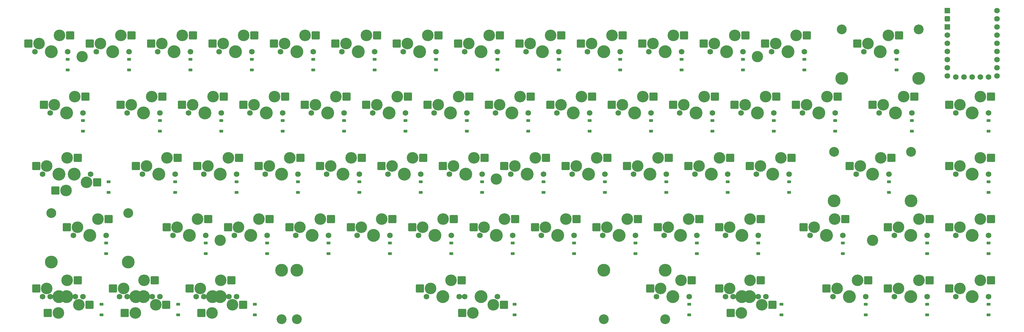
<source format=gbr>
%TF.GenerationSoftware,KiCad,Pcbnew,7.0.5*%
%TF.CreationDate,2023-09-15T18:16:34+08:00*%
%TF.ProjectId,Openero65,4f70656e-6572-46f3-9635-2e6b69636164,rev?*%
%TF.SameCoordinates,Original*%
%TF.FileFunction,Soldermask,Bot*%
%TF.FilePolarity,Negative*%
%FSLAX46Y46*%
G04 Gerber Fmt 4.6, Leading zero omitted, Abs format (unit mm)*
G04 Created by KiCad (PCBNEW 7.0.5) date 2023-09-15 18:16:34*
%MOMM*%
%LPD*%
G01*
G04 APERTURE LIST*
G04 Aperture macros list*
%AMRoundRect*
0 Rectangle with rounded corners*
0 $1 Rounding radius*
0 $2 $3 $4 $5 $6 $7 $8 $9 X,Y pos of 4 corners*
0 Add a 4 corners polygon primitive as box body*
4,1,4,$2,$3,$4,$5,$6,$7,$8,$9,$2,$3,0*
0 Add four circle primitives for the rounded corners*
1,1,$1+$1,$2,$3*
1,1,$1+$1,$4,$5*
1,1,$1+$1,$6,$7*
1,1,$1+$1,$8,$9*
0 Add four rect primitives between the rounded corners*
20,1,$1+$1,$2,$3,$4,$5,0*
20,1,$1+$1,$4,$5,$6,$7,0*
20,1,$1+$1,$6,$7,$8,$9,0*
20,1,$1+$1,$8,$9,$2,$3,0*%
G04 Aperture macros list end*
%ADD10RoundRect,0.250000X-1.025000X-1.000000X1.025000X-1.000000X1.025000X1.000000X-1.025000X1.000000X0*%
%ADD11C,1.750000*%
%ADD12C,4.000000*%
%ADD13C,3.600000*%
%ADD14C,3.048000*%
%ADD15C,3.987800*%
%ADD16C,3.500000*%
%ADD17RoundRect,0.250000X1.025000X1.000000X-1.025000X1.000000X-1.025000X-1.000000X1.025000X-1.000000X0*%
%ADD18R,1.752600X1.752600*%
%ADD19RoundRect,0.438150X-0.438150X-0.438150X0.438150X-0.438150X0.438150X0.438150X-0.438150X0.438150X0*%
%ADD20C,1.752600*%
%ADD21RoundRect,0.225000X0.375000X-0.225000X0.375000X0.225000X-0.375000X0.225000X-0.375000X-0.225000X0*%
G04 APERTURE END LIST*
D10*
%TO.C,SW1*%
X48397000Y-87770000D03*
D11*
X50402000Y-90310000D03*
D12*
X55482000Y-90310000D03*
D11*
X60562000Y-90310000D03*
D10*
X61324000Y-85230000D03*
D13*
X51672000Y-87770000D03*
X58022000Y-85230000D03*
%TD*%
D10*
%TO.C,SW50*%
X224611000Y-144920000D03*
D11*
X226616000Y-147460000D03*
D12*
X231696000Y-147460000D03*
D11*
X236776000Y-147460000D03*
D10*
X237538000Y-142380000D03*
D13*
X227886000Y-144920000D03*
X234236000Y-142380000D03*
%TD*%
D10*
%TO.C,SW42*%
X60304000Y-144920000D03*
D11*
X62309000Y-147460000D03*
D12*
X67389000Y-147460000D03*
D11*
X72469000Y-147460000D03*
D10*
X73231000Y-142380000D03*
D13*
X63579000Y-144920000D03*
X69929000Y-142380000D03*
%TD*%
D14*
%TO.C,stab4*%
X245984000Y-173495000D03*
D15*
X245984000Y-158285000D03*
D14*
X131684000Y-173495000D03*
D15*
X131684000Y-158285000D03*
%TD*%
D16*
%TO.C,hole1*%
X193595000Y-129910000D03*
%TD*%
D10*
%TO.C,SW40*%
X272235000Y-125870000D03*
D11*
X274240000Y-128410000D03*
D12*
X279320000Y-128410000D03*
D11*
X284400000Y-128410000D03*
D10*
X285162000Y-123330000D03*
D13*
X275510000Y-125870000D03*
X281860000Y-123330000D03*
%TD*%
D10*
%TO.C,SW23*%
X210323000Y-106820000D03*
D11*
X212328000Y-109360000D03*
D12*
X217408000Y-109360000D03*
D11*
X222488000Y-109360000D03*
D10*
X223250000Y-104280000D03*
D13*
X213598000Y-106820000D03*
X219948000Y-104280000D03*
%TD*%
D10*
%TO.C,SW63*%
X334147000Y-163970000D03*
D11*
X336152000Y-166510000D03*
D12*
X341232000Y-166510000D03*
D11*
X346312000Y-166510000D03*
D10*
X347074000Y-161430000D03*
D13*
X337422000Y-163970000D03*
X343772000Y-161430000D03*
%TD*%
D17*
%TO.C,SW29*%
X69711000Y-130950000D03*
D11*
X67706000Y-128410000D03*
D12*
X62626000Y-128410000D03*
D11*
X57546000Y-128410000D03*
D17*
X56784000Y-133490000D03*
D13*
X66436000Y-130950000D03*
X60086000Y-133490000D03*
%TD*%
D10*
%TO.C,SW17*%
X96023000Y-106820000D03*
D11*
X98028000Y-109360000D03*
D12*
X103108000Y-109360000D03*
D11*
X108188000Y-109360000D03*
D10*
X108950000Y-104280000D03*
D13*
X99298000Y-106820000D03*
X105648000Y-104280000D03*
%TD*%
D10*
%TO.C,SW44*%
X110311000Y-144920000D03*
D11*
X112316000Y-147460000D03*
D12*
X117396000Y-147460000D03*
D11*
X122476000Y-147460000D03*
D10*
X123238000Y-142380000D03*
D13*
X113586000Y-144920000D03*
X119936000Y-142380000D03*
%TD*%
D10*
%TO.C,SW65*%
X315097000Y-163970000D03*
D11*
X317102000Y-166510000D03*
D12*
X322182000Y-166510000D03*
D11*
X327262000Y-166510000D03*
D10*
X328024000Y-161430000D03*
D13*
X318372000Y-163970000D03*
X324722000Y-161430000D03*
%TD*%
D10*
%TO.C,SW39*%
X253185000Y-125870000D03*
D11*
X255190000Y-128410000D03*
D12*
X260270000Y-128410000D03*
D11*
X265350000Y-128410000D03*
D10*
X266112000Y-123330000D03*
D13*
X256460000Y-125870000D03*
X262810000Y-123330000D03*
%TD*%
D10*
%TO.C,SW31*%
X100785000Y-125870000D03*
D11*
X102790000Y-128410000D03*
D12*
X107870000Y-128410000D03*
D11*
X112950000Y-128410000D03*
D10*
X113712000Y-123330000D03*
D13*
X104060000Y-125870000D03*
X110410000Y-123330000D03*
%TD*%
D17*
%TO.C,SW71*%
X195919000Y-169050000D03*
D11*
X193914000Y-166510000D03*
D12*
X188834000Y-166510000D03*
D11*
X183754000Y-166510000D03*
D17*
X182992000Y-171590000D03*
D13*
X192644000Y-169050000D03*
X186294000Y-171590000D03*
%TD*%
D10*
%TO.C,SW47*%
X167461000Y-144920000D03*
D11*
X169466000Y-147460000D03*
D12*
X174546000Y-147460000D03*
D11*
X179626000Y-147460000D03*
D10*
X180388000Y-142380000D03*
D13*
X170736000Y-144920000D03*
X177086000Y-142380000D03*
%TD*%
D14*
%TO.C,stab2*%
X300719000Y-83325000D03*
D15*
X300719000Y-98535000D03*
D14*
X324595000Y-83325000D03*
D15*
X324595000Y-98535000D03*
%TD*%
D17*
%TO.C,SW59*%
X279261000Y-169050000D03*
D11*
X277256000Y-166510000D03*
D12*
X272176000Y-166510000D03*
D11*
X267096000Y-166510000D03*
D17*
X266334000Y-171590000D03*
D13*
X275986000Y-169050000D03*
X269636000Y-171590000D03*
%TD*%
D10*
%TO.C,SW67*%
X50779000Y-125870000D03*
D11*
X52784000Y-128410000D03*
D12*
X57864000Y-128410000D03*
D11*
X62944000Y-128410000D03*
D10*
X63706000Y-123330000D03*
D13*
X54054000Y-125870000D03*
X60404000Y-123330000D03*
%TD*%
D10*
%TO.C,SW10*%
X219847000Y-87770000D03*
D11*
X221852000Y-90310000D03*
D12*
X226932000Y-90310000D03*
D11*
X232012000Y-90310000D03*
D10*
X232774000Y-85230000D03*
D13*
X223122000Y-87770000D03*
X229472000Y-85230000D03*
%TD*%
D10*
%TO.C,SW5*%
X124597000Y-87770000D03*
D11*
X126602000Y-90310000D03*
D12*
X131682000Y-90310000D03*
D11*
X136762000Y-90310000D03*
D10*
X137524000Y-85230000D03*
D13*
X127872000Y-87770000D03*
X134222000Y-85230000D03*
%TD*%
D17*
%TO.C,SW70*%
X114956000Y-169050000D03*
D11*
X112951000Y-166510000D03*
D12*
X107871000Y-166510000D03*
D11*
X102791000Y-166510000D03*
D17*
X102029000Y-171590000D03*
D13*
X111681000Y-169050000D03*
X105331000Y-171590000D03*
%TD*%
D10*
%TO.C,SW58*%
X241279000Y-163970000D03*
D11*
X243284000Y-166510000D03*
D12*
X248364000Y-166510000D03*
D11*
X253444000Y-166510000D03*
D10*
X254206000Y-161430000D03*
D13*
X244554000Y-163970000D03*
X250904000Y-161430000D03*
%TD*%
D10*
%TO.C,SW34*%
X157935000Y-125870000D03*
D11*
X159940000Y-128410000D03*
D12*
X165020000Y-128410000D03*
D11*
X170100000Y-128410000D03*
D10*
X170862000Y-123330000D03*
D13*
X161210000Y-125870000D03*
X167560000Y-123330000D03*
%TD*%
D10*
%TO.C,SW56*%
X98405000Y-163970000D03*
D11*
X100410000Y-166510000D03*
D12*
X105490000Y-166510000D03*
D11*
X110570000Y-166510000D03*
D10*
X111332000Y-161430000D03*
D13*
X101680000Y-163970000D03*
X108030000Y-161430000D03*
%TD*%
D10*
%TO.C,SW6*%
X143647000Y-87770000D03*
D11*
X145652000Y-90310000D03*
D12*
X150732000Y-90310000D03*
D11*
X155812000Y-90310000D03*
D10*
X156574000Y-85230000D03*
D13*
X146922000Y-87770000D03*
X153272000Y-85230000D03*
%TD*%
D10*
%TO.C,SW37*%
X215085000Y-125870000D03*
D11*
X217090000Y-128410000D03*
D12*
X222170000Y-128410000D03*
D11*
X227250000Y-128410000D03*
D10*
X228012000Y-123330000D03*
D13*
X218360000Y-125870000D03*
X224710000Y-123330000D03*
%TD*%
D10*
%TO.C,SW28*%
X310336000Y-106820000D03*
D11*
X312341000Y-109360000D03*
D12*
X317421000Y-109360000D03*
D11*
X322501000Y-109360000D03*
D10*
X323263000Y-104280000D03*
D13*
X313611000Y-106820000D03*
X319961000Y-104280000D03*
%TD*%
D10*
%TO.C,SW3*%
X86497000Y-87770000D03*
D11*
X88502000Y-90310000D03*
D12*
X93582000Y-90310000D03*
D11*
X98662000Y-90310000D03*
D10*
X99424000Y-85230000D03*
D13*
X89772000Y-87770000D03*
X96122000Y-85230000D03*
%TD*%
D16*
%TO.C,hole5*%
X310277000Y-148960000D03*
%TD*%
D10*
%TO.C,SW27*%
X286523000Y-106820000D03*
D11*
X288528000Y-109360000D03*
D12*
X293608000Y-109360000D03*
D11*
X298688000Y-109360000D03*
D10*
X299450000Y-104280000D03*
D13*
X289798000Y-106820000D03*
X296148000Y-104280000D03*
%TD*%
D10*
%TO.C,SW45*%
X129361000Y-144920000D03*
D11*
X131366000Y-147460000D03*
D12*
X136446000Y-147460000D03*
D11*
X141526000Y-147460000D03*
D10*
X142288000Y-142380000D03*
D13*
X132636000Y-144920000D03*
X138986000Y-142380000D03*
%TD*%
D10*
%TO.C,SW24*%
X229373000Y-106820000D03*
D11*
X231378000Y-109360000D03*
D12*
X236458000Y-109360000D03*
D11*
X241538000Y-109360000D03*
D10*
X242300000Y-104280000D03*
D13*
X232648000Y-106820000D03*
X238998000Y-104280000D03*
%TD*%
D10*
%TO.C,SW4*%
X105547000Y-87770000D03*
D11*
X107552000Y-90310000D03*
D12*
X112632000Y-90310000D03*
D11*
X117712000Y-90310000D03*
D10*
X118474000Y-85230000D03*
D13*
X108822000Y-87770000D03*
X115172000Y-85230000D03*
%TD*%
D10*
%TO.C,SW46*%
X148411000Y-144920000D03*
D11*
X150416000Y-147460000D03*
D12*
X155496000Y-147460000D03*
D11*
X160576000Y-147460000D03*
D10*
X161338000Y-142380000D03*
D13*
X151686000Y-144920000D03*
X158036000Y-142380000D03*
%TD*%
D10*
%TO.C,SW11*%
X238897000Y-87770000D03*
D11*
X240902000Y-90310000D03*
D12*
X245982000Y-90310000D03*
D11*
X251062000Y-90310000D03*
D10*
X251824000Y-85230000D03*
D13*
X242172000Y-87770000D03*
X248522000Y-85230000D03*
%TD*%
D10*
%TO.C,SW52*%
X262711000Y-144920000D03*
D11*
X264716000Y-147460000D03*
D12*
X269796000Y-147460000D03*
D11*
X274876000Y-147460000D03*
D10*
X275638000Y-142380000D03*
D13*
X265986000Y-144920000D03*
X272336000Y-142380000D03*
%TD*%
D10*
%TO.C,SW7*%
X162697000Y-87770000D03*
D11*
X164702000Y-90310000D03*
D12*
X169782000Y-90310000D03*
D11*
X174862000Y-90310000D03*
D10*
X175624000Y-85230000D03*
D13*
X165972000Y-87770000D03*
X172322000Y-85230000D03*
%TD*%
D10*
%TO.C,SW15*%
X53160000Y-106820000D03*
D11*
X55165000Y-109360000D03*
D12*
X60245000Y-109360000D03*
D11*
X65325000Y-109360000D03*
D10*
X66087000Y-104280000D03*
D13*
X56435000Y-106820000D03*
X62785000Y-104280000D03*
%TD*%
D10*
%TO.C,SW49*%
X205561000Y-144920000D03*
D11*
X207566000Y-147460000D03*
D12*
X212646000Y-147460000D03*
D11*
X217726000Y-147460000D03*
D10*
X218488000Y-142380000D03*
D13*
X208836000Y-144920000D03*
X215186000Y-142380000D03*
%TD*%
D10*
%TO.C,SW25*%
X248423000Y-106820000D03*
D11*
X250428000Y-109360000D03*
D12*
X255508000Y-109360000D03*
D11*
X260588000Y-109360000D03*
D10*
X261350000Y-104280000D03*
D13*
X251698000Y-106820000D03*
X258048000Y-104280000D03*
%TD*%
D10*
%TO.C,SW30*%
X81735000Y-125870000D03*
D11*
X83740000Y-128410000D03*
D12*
X88820000Y-128410000D03*
D11*
X93900000Y-128410000D03*
D10*
X94662000Y-123330000D03*
D13*
X85010000Y-125870000D03*
X91360000Y-123330000D03*
%TD*%
D17*
%TO.C,SW68*%
X67330000Y-169050000D03*
D11*
X65325000Y-166510000D03*
D12*
X60245000Y-166510000D03*
D11*
X55165000Y-166510000D03*
D17*
X54403000Y-171590000D03*
D13*
X64055000Y-169050000D03*
X57705000Y-171590000D03*
%TD*%
D18*
%TO.C,U1*%
X333557000Y-77525000D03*
D19*
X333557000Y-80065000D03*
D18*
X333557000Y-82605000D03*
D20*
X333557000Y-85145000D03*
X333557000Y-87685000D03*
X333557000Y-90225000D03*
X333557000Y-92765000D03*
X333557000Y-95305000D03*
X333557000Y-97845000D03*
X348907000Y-77525000D03*
X348907000Y-80065000D03*
X348907000Y-82605000D03*
X348907000Y-85145000D03*
X348907000Y-87685000D03*
X348907000Y-90225000D03*
X348907000Y-92765000D03*
X348907000Y-95305000D03*
X348907000Y-97845000D03*
X346312000Y-98165000D03*
X343772000Y-98165000D03*
X341232000Y-98165000D03*
X338692000Y-98165000D03*
X336152000Y-98165000D03*
%TD*%
D16*
%TO.C,hole4*%
X107871000Y-148960000D03*
%TD*%
D10*
%TO.C,SW55*%
X74592000Y-163970000D03*
D11*
X76597000Y-166510000D03*
D12*
X81677000Y-166510000D03*
D11*
X86757000Y-166510000D03*
D10*
X87519000Y-161430000D03*
D13*
X77867000Y-163970000D03*
X84217000Y-161430000D03*
%TD*%
D17*
%TO.C,SW69*%
X91143000Y-169050000D03*
D11*
X89138000Y-166510000D03*
D12*
X84058000Y-166510000D03*
D11*
X78978000Y-166510000D03*
D17*
X78216000Y-171590000D03*
D13*
X87868000Y-169050000D03*
X81518000Y-171590000D03*
%TD*%
D10*
%TO.C,SW18*%
X115073000Y-106820000D03*
D11*
X117078000Y-109360000D03*
D12*
X122158000Y-109360000D03*
D11*
X127238000Y-109360000D03*
D10*
X128000000Y-104280000D03*
D13*
X118348000Y-106820000D03*
X124698000Y-104280000D03*
%TD*%
D10*
%TO.C,SW53*%
X288905000Y-144920000D03*
D11*
X290910000Y-147460000D03*
D12*
X295990000Y-147460000D03*
D11*
X301070000Y-147460000D03*
D10*
X301832000Y-142380000D03*
D13*
X292180000Y-144920000D03*
X298530000Y-142380000D03*
%TD*%
D10*
%TO.C,SW64*%
X315097000Y-144920000D03*
D11*
X317102000Y-147460000D03*
D12*
X322182000Y-147460000D03*
D11*
X327262000Y-147460000D03*
D10*
X328024000Y-142380000D03*
D13*
X318372000Y-144920000D03*
X324722000Y-142380000D03*
%TD*%
D10*
%TO.C,SW26*%
X267473000Y-106820000D03*
D11*
X269478000Y-109360000D03*
D12*
X274558000Y-109360000D03*
D11*
X279638000Y-109360000D03*
D10*
X280400000Y-104280000D03*
D13*
X270748000Y-106820000D03*
X277098000Y-104280000D03*
%TD*%
D14*
%TO.C,stab5*%
X226927000Y-173495000D03*
D15*
X226927000Y-158285000D03*
D14*
X126927000Y-173495000D03*
D15*
X126927000Y-158285000D03*
%TD*%
D10*
%TO.C,SW61*%
X334147000Y-125870000D03*
D11*
X336152000Y-128410000D03*
D12*
X341232000Y-128410000D03*
D11*
X346312000Y-128410000D03*
D10*
X347074000Y-123330000D03*
D13*
X337422000Y-125870000D03*
X343772000Y-123330000D03*
%TD*%
D14*
%TO.C,stab1*%
X55451000Y-140475000D03*
D15*
X55451000Y-155685000D03*
D14*
X79327000Y-140475000D03*
D15*
X79327000Y-155685000D03*
%TD*%
D10*
%TO.C,SW62*%
X334147000Y-144920000D03*
D11*
X336152000Y-147460000D03*
D12*
X341232000Y-147460000D03*
D11*
X346312000Y-147460000D03*
D10*
X347074000Y-142380000D03*
D13*
X337422000Y-144920000D03*
X343772000Y-142380000D03*
%TD*%
D10*
%TO.C,SW66*%
X296047000Y-163970000D03*
D11*
X298052000Y-166510000D03*
D12*
X303132000Y-166510000D03*
D11*
X308212000Y-166510000D03*
D10*
X308974000Y-161430000D03*
D13*
X299322000Y-163970000D03*
X305672000Y-161430000D03*
%TD*%
D10*
%TO.C,SW20*%
X153173000Y-106820000D03*
D11*
X155178000Y-109360000D03*
D12*
X160258000Y-109360000D03*
D11*
X165338000Y-109360000D03*
D10*
X166100000Y-104280000D03*
D13*
X156448000Y-106820000D03*
X162798000Y-104280000D03*
%TD*%
D10*
%TO.C,SW9*%
X200797000Y-87770000D03*
D11*
X202802000Y-90310000D03*
D12*
X207882000Y-90310000D03*
D11*
X212962000Y-90310000D03*
D10*
X213724000Y-85230000D03*
D13*
X204072000Y-87770000D03*
X210422000Y-85230000D03*
%TD*%
D10*
%TO.C,SW36*%
X196035000Y-125870000D03*
D11*
X198040000Y-128410000D03*
D12*
X203120000Y-128410000D03*
D11*
X208200000Y-128410000D03*
D10*
X208962000Y-123330000D03*
D13*
X199310000Y-125870000D03*
X205660000Y-123330000D03*
%TD*%
D10*
%TO.C,SW22*%
X191273000Y-106820000D03*
D11*
X193278000Y-109360000D03*
D12*
X198358000Y-109360000D03*
D11*
X203438000Y-109360000D03*
D10*
X204200000Y-104280000D03*
D13*
X194548000Y-106820000D03*
X200898000Y-104280000D03*
%TD*%
D16*
%TO.C,hole3*%
X274557000Y-91810000D03*
%TD*%
D10*
%TO.C,SW38*%
X234135000Y-125870000D03*
D11*
X236140000Y-128410000D03*
D12*
X241220000Y-128410000D03*
D11*
X246300000Y-128410000D03*
D10*
X247062000Y-123330000D03*
D13*
X237410000Y-125870000D03*
X243760000Y-123330000D03*
%TD*%
D10*
%TO.C,SW33*%
X138885000Y-125870000D03*
D11*
X140890000Y-128410000D03*
D12*
X145970000Y-128410000D03*
D11*
X151050000Y-128410000D03*
D10*
X151812000Y-123330000D03*
D13*
X142160000Y-125870000D03*
X148510000Y-123330000D03*
%TD*%
D10*
%TO.C,SW57*%
X169842000Y-163970000D03*
D11*
X171847000Y-166510000D03*
D12*
X176927000Y-166510000D03*
D11*
X182007000Y-166510000D03*
D10*
X182769000Y-161430000D03*
D13*
X173117000Y-163970000D03*
X179467000Y-161430000D03*
%TD*%
D10*
%TO.C,SW43*%
X91261000Y-144920000D03*
D11*
X93266000Y-147460000D03*
D12*
X98346000Y-147460000D03*
D11*
X103426000Y-147460000D03*
D10*
X104188000Y-142380000D03*
D13*
X94536000Y-144920000D03*
X100886000Y-142380000D03*
%TD*%
D10*
%TO.C,SW35*%
X176985000Y-125870000D03*
D11*
X178990000Y-128410000D03*
D12*
X184070000Y-128410000D03*
D11*
X189150000Y-128410000D03*
D10*
X189912000Y-123330000D03*
D13*
X180260000Y-125870000D03*
X186610000Y-123330000D03*
%TD*%
D10*
%TO.C,SW19*%
X134123000Y-106820000D03*
D11*
X136128000Y-109360000D03*
D12*
X141208000Y-109360000D03*
D11*
X146288000Y-109360000D03*
D10*
X147050000Y-104280000D03*
D13*
X137398000Y-106820000D03*
X143748000Y-104280000D03*
%TD*%
D10*
%TO.C,SW16*%
X76973000Y-106820000D03*
D11*
X78978000Y-109360000D03*
D12*
X84058000Y-109360000D03*
D11*
X89138000Y-109360000D03*
D10*
X89900000Y-104280000D03*
D13*
X80248000Y-106820000D03*
X86598000Y-104280000D03*
%TD*%
D10*
%TO.C,SW2*%
X67447000Y-87770000D03*
D11*
X69452000Y-90310000D03*
D12*
X74532000Y-90310000D03*
D11*
X79612000Y-90310000D03*
D10*
X80374000Y-85230000D03*
D13*
X70722000Y-87770000D03*
X77072000Y-85230000D03*
%TD*%
D10*
%TO.C,SW21*%
X172223000Y-106820000D03*
D11*
X174228000Y-109360000D03*
D12*
X179308000Y-109360000D03*
D11*
X184388000Y-109360000D03*
D10*
X185150000Y-104280000D03*
D13*
X175498000Y-106820000D03*
X181848000Y-104280000D03*
%TD*%
D14*
%TO.C,stab3*%
X298339000Y-121425000D03*
D15*
X298339000Y-136635000D03*
D14*
X322215000Y-121425000D03*
D15*
X322215000Y-136635000D03*
%TD*%
D10*
%TO.C,SW72*%
X262712000Y-163970000D03*
D11*
X264717000Y-166510000D03*
D12*
X269797000Y-166510000D03*
D11*
X274877000Y-166510000D03*
D10*
X275639000Y-161430000D03*
D13*
X265987000Y-163970000D03*
X272337000Y-161430000D03*
%TD*%
D10*
%TO.C,SW41*%
X303192000Y-125870000D03*
D11*
X305197000Y-128410000D03*
D12*
X310277000Y-128410000D03*
D11*
X315357000Y-128410000D03*
D10*
X316119000Y-123330000D03*
D13*
X306467000Y-125870000D03*
X312817000Y-123330000D03*
%TD*%
D16*
%TO.C,hole2*%
X65007000Y-91810000D03*
%TD*%
D10*
%TO.C,SW48*%
X186511000Y-144920000D03*
D11*
X188516000Y-147460000D03*
D12*
X193596000Y-147460000D03*
D11*
X198676000Y-147460000D03*
D10*
X199438000Y-142380000D03*
D13*
X189786000Y-144920000D03*
X196136000Y-142380000D03*
%TD*%
D10*
%TO.C,SW32*%
X119835000Y-125870000D03*
D11*
X121840000Y-128410000D03*
D12*
X126920000Y-128410000D03*
D11*
X132000000Y-128410000D03*
D10*
X132762000Y-123330000D03*
D13*
X123110000Y-125870000D03*
X129460000Y-123330000D03*
%TD*%
D10*
%TO.C,SW54*%
X50779000Y-163970000D03*
D11*
X52784000Y-166510000D03*
D12*
X57864000Y-166510000D03*
D11*
X62944000Y-166510000D03*
D10*
X63706000Y-161430000D03*
D13*
X54054000Y-163970000D03*
X60404000Y-161430000D03*
%TD*%
D10*
%TO.C,SW13*%
X276997000Y-87770000D03*
D11*
X279002000Y-90310000D03*
D12*
X284082000Y-90310000D03*
D11*
X289162000Y-90310000D03*
D10*
X289924000Y-85230000D03*
D13*
X280272000Y-87770000D03*
X286622000Y-85230000D03*
%TD*%
D10*
%TO.C,SW12*%
X257947000Y-87770000D03*
D11*
X259952000Y-90310000D03*
D12*
X265032000Y-90310000D03*
D11*
X270112000Y-90310000D03*
D10*
X270874000Y-85230000D03*
D13*
X261222000Y-87770000D03*
X267572000Y-85230000D03*
%TD*%
D10*
%TO.C,SW8*%
X181747000Y-87770000D03*
D11*
X183752000Y-90310000D03*
D12*
X188832000Y-90310000D03*
D11*
X193912000Y-90310000D03*
D10*
X194674000Y-85230000D03*
D13*
X185022000Y-87770000D03*
X191372000Y-85230000D03*
%TD*%
D10*
%TO.C,SW60*%
X334147000Y-106820000D03*
D11*
X336152000Y-109360000D03*
D12*
X341232000Y-109360000D03*
D11*
X346312000Y-109360000D03*
D10*
X347074000Y-104280000D03*
D13*
X337422000Y-106820000D03*
X343772000Y-104280000D03*
%TD*%
D10*
%TO.C,SW51*%
X243661000Y-144920000D03*
D11*
X245666000Y-147460000D03*
D12*
X250746000Y-147460000D03*
D11*
X255826000Y-147460000D03*
D10*
X256588000Y-142380000D03*
D13*
X246936000Y-144920000D03*
X253286000Y-142380000D03*
%TD*%
D10*
%TO.C,SW14*%
X305572000Y-87770000D03*
D11*
X307577000Y-90310000D03*
D12*
X312657000Y-90310000D03*
D11*
X317737000Y-90310000D03*
D10*
X318499000Y-85230000D03*
D13*
X308847000Y-87770000D03*
X315197000Y-85230000D03*
%TD*%
D21*
%TO.C,D29*%
X73263000Y-134060000D03*
X73263000Y-130760000D03*
%TD*%
%TO.C,D12*%
X270112000Y-95960000D03*
X270112000Y-92660000D03*
%TD*%
%TO.C,D32*%
X132000000Y-134060000D03*
X132000000Y-130760000D03*
%TD*%
%TO.C,D20*%
X165338000Y-115010000D03*
X165338000Y-111710000D03*
%TD*%
%TO.C,D17*%
X108188000Y-115010000D03*
X108188000Y-111710000D03*
%TD*%
%TO.C,D57*%
X199240000Y-172160000D03*
X199240000Y-168860000D03*
%TD*%
%TO.C,D31*%
X112950000Y-134060000D03*
X112950000Y-130760000D03*
%TD*%
%TO.C,D65*%
X327262000Y-172160000D03*
X327262000Y-168860000D03*
%TD*%
%TO.C,D37*%
X227250000Y-134060000D03*
X227250000Y-130760000D03*
%TD*%
%TO.C,D34*%
X170100000Y-134060000D03*
X170100000Y-130760000D03*
%TD*%
%TO.C,D25*%
X260588000Y-115010000D03*
X260588000Y-111710000D03*
%TD*%
%TO.C,D49*%
X217726000Y-153110000D03*
X217726000Y-149810000D03*
%TD*%
%TO.C,D33*%
X151050000Y-134060000D03*
X151050000Y-130760000D03*
%TD*%
%TO.C,D46*%
X160576000Y-153110000D03*
X160576000Y-149810000D03*
%TD*%
%TO.C,D3*%
X98662000Y-95960000D03*
X98662000Y-92660000D03*
%TD*%
%TO.C,D9*%
X212962000Y-95960000D03*
X212962000Y-92660000D03*
%TD*%
%TO.C,D47*%
X179626000Y-153110000D03*
X179626000Y-149810000D03*
%TD*%
%TO.C,D59*%
X282020000Y-172182500D03*
X282020000Y-168882500D03*
%TD*%
%TO.C,D15*%
X65325000Y-115010000D03*
X65325000Y-111710000D03*
%TD*%
%TO.C,D55*%
X94853000Y-172160000D03*
X94853000Y-168860000D03*
%TD*%
%TO.C,D39*%
X265350000Y-134060000D03*
X265350000Y-130760000D03*
%TD*%
%TO.C,D6*%
X155812000Y-95960000D03*
X155812000Y-92660000D03*
%TD*%
%TO.C,D35*%
X189150000Y-134060000D03*
X189150000Y-130760000D03*
%TD*%
%TO.C,D66*%
X308212000Y-172160000D03*
X308212000Y-168860000D03*
%TD*%
%TO.C,D45*%
X141526000Y-153110000D03*
X141526000Y-149810000D03*
%TD*%
%TO.C,D51*%
X255826000Y-153110000D03*
X255826000Y-149810000D03*
%TD*%
%TO.C,D43*%
X103426000Y-153110000D03*
X103426000Y-149810000D03*
%TD*%
%TO.C,D52*%
X274876000Y-153110000D03*
X274876000Y-149810000D03*
%TD*%
%TO.C,D2*%
X79612000Y-95960000D03*
X79612000Y-92660000D03*
%TD*%
%TO.C,D23*%
X222488000Y-115010000D03*
X222488000Y-111710000D03*
%TD*%
%TO.C,D8*%
X193912000Y-95960000D03*
X193912000Y-92660000D03*
%TD*%
%TO.C,D22*%
X203438000Y-115010000D03*
X203438000Y-111710000D03*
%TD*%
%TO.C,D50*%
X236776000Y-153110000D03*
X236776000Y-149810000D03*
%TD*%
%TO.C,D63*%
X346312000Y-172160000D03*
X346312000Y-168860000D03*
%TD*%
%TO.C,D13*%
X289162000Y-95960000D03*
X289162000Y-92660000D03*
%TD*%
%TO.C,D26*%
X279638000Y-115010000D03*
X279638000Y-111710000D03*
%TD*%
%TO.C,D10*%
X232012000Y-95960000D03*
X232012000Y-92660000D03*
%TD*%
%TO.C,D61*%
X346312000Y-134060000D03*
X346312000Y-130760000D03*
%TD*%
%TO.C,D1*%
X60562000Y-95960000D03*
X60562000Y-92660000D03*
%TD*%
%TO.C,D56*%
X118666200Y-172160000D03*
X118666200Y-168860000D03*
%TD*%
%TO.C,D54*%
X71040300Y-172160000D03*
X71040300Y-168860000D03*
%TD*%
%TO.C,D58*%
X253444000Y-172160000D03*
X253444000Y-168860000D03*
%TD*%
%TO.C,D27*%
X298688000Y-115010000D03*
X298688000Y-111710000D03*
%TD*%
%TO.C,D36*%
X208200000Y-134060000D03*
X208200000Y-130760000D03*
%TD*%
%TO.C,D28*%
X322501000Y-115010000D03*
X322501000Y-111710000D03*
%TD*%
%TO.C,D44*%
X122476000Y-153110000D03*
X122476000Y-149810000D03*
%TD*%
%TO.C,D4*%
X117712000Y-95960000D03*
X117712000Y-92660000D03*
%TD*%
%TO.C,D64*%
X327262000Y-153110000D03*
X327262000Y-149810000D03*
%TD*%
%TO.C,D62*%
X346312000Y-153110000D03*
X346312000Y-149810000D03*
%TD*%
%TO.C,D16*%
X89138000Y-115010000D03*
X89138000Y-111710000D03*
%TD*%
%TO.C,D48*%
X198676000Y-153110000D03*
X198676000Y-149810000D03*
%TD*%
%TO.C,D5*%
X136762000Y-95960000D03*
X136762000Y-92660000D03*
%TD*%
%TO.C,D41*%
X315357000Y-134060000D03*
X315357000Y-130760000D03*
%TD*%
%TO.C,D14*%
X317737000Y-95960000D03*
X317737000Y-92660000D03*
%TD*%
%TO.C,D11*%
X251062000Y-95960000D03*
X251062000Y-92660000D03*
%TD*%
%TO.C,D18*%
X127238000Y-115010000D03*
X127238000Y-111710000D03*
%TD*%
%TO.C,D30*%
X93900000Y-134060000D03*
X93900000Y-130760000D03*
%TD*%
%TO.C,D40*%
X284400000Y-134060000D03*
X284400000Y-130760000D03*
%TD*%
%TO.C,D21*%
X184388000Y-115010000D03*
X184388000Y-111710000D03*
%TD*%
%TO.C,D7*%
X174862000Y-95960000D03*
X174862000Y-92660000D03*
%TD*%
%TO.C,D60*%
X346312000Y-115010000D03*
X346312000Y-111710000D03*
%TD*%
%TO.C,D19*%
X146288000Y-115010000D03*
X146288000Y-111710000D03*
%TD*%
%TO.C,D38*%
X246300000Y-134060000D03*
X246300000Y-130760000D03*
%TD*%
%TO.C,D53*%
X301070000Y-153110000D03*
X301070000Y-149810000D03*
%TD*%
%TO.C,D24*%
X241538000Y-115010000D03*
X241538000Y-111710000D03*
%TD*%
%TO.C,D42*%
X72469000Y-153110000D03*
X72469000Y-149810000D03*
%TD*%
M02*

</source>
